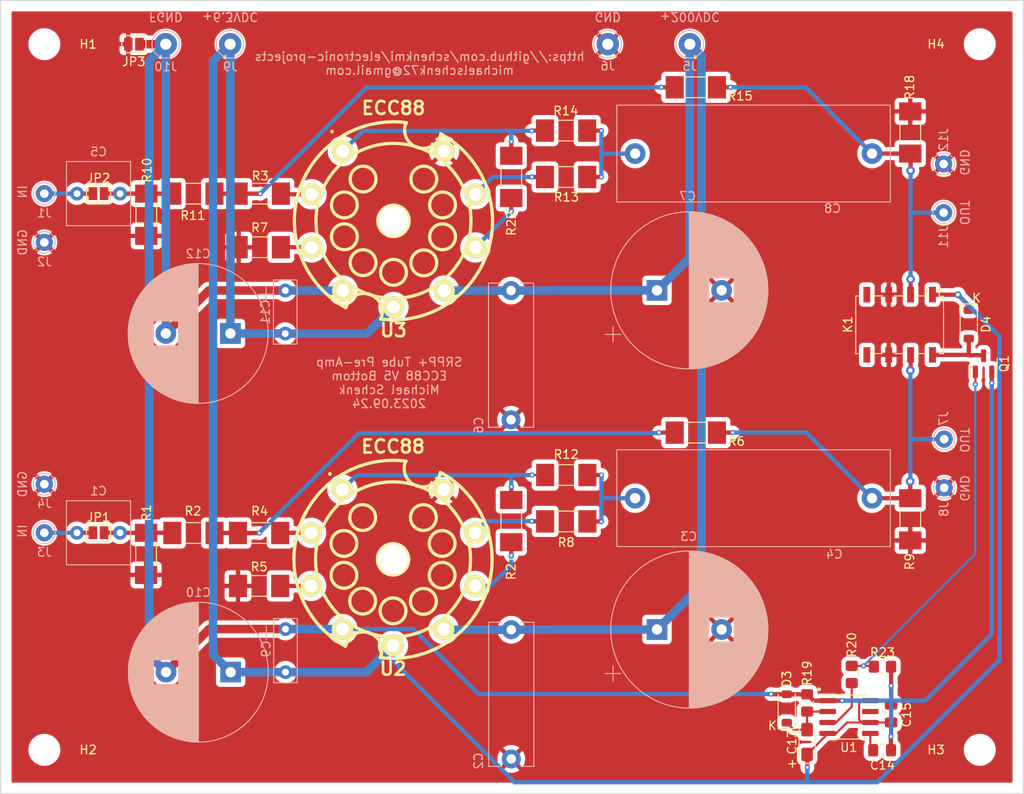
<source format=kicad_pcb>
(kicad_pcb (version 20221018) (generator pcbnew)
  (layers (0 "F.Cu" signal) (31 "B.Cu" signal) (34 "B.Paste" user) (35 "F.Paste" user) (36 "B.SilkS" user "B.Silkscreen") (37 "F.SilkS" user "F.Silkscreen") (38 "B.Mask" user) (39 "F.Mask" user) (44 "Edge.Cuts" user))
  (net 0 "")
  (net 1 "Net-(JP1-B)")
  (net 2 "Net-(J3-Pin_1)")
  (net 3 "GND")
  (net 4 "VDDA")
  (net 5 "Net-(C4-Pad2)")
  (net 6 "Net-(J7-Pin_1)")
  (net 7 "Net-(JP2-B)")
  (net 8 "Net-(J1-Pin_1)")
  (net 9 "Net-(J11-Pin_1)")
  (net 10 "Net-(C8-Pad2)")
  (net 11 "FVCC")
  (net 12 "Net-(R11-Pad1)")
  (net 13 "FGND")
  (net 14 "Net-(R2-Pad1)")
  (net 15 "Net-(D3-K)")
  (net 16 "Net-(U1-CV)")
  (net 17 "Net-(D4-A)")
  (net 18 "Net-(Q1-B)")
  (net 19 "Net-(U3A-G)")
  (net 20 "Net-(U2A-G)")
  (net 21 "Net-(U2A-K)")
  (net 22 "Net-(U3A-K)")
  (net 23 "Net-(U2B-K)")
  (net 26 "Net-(U2A-A)")
  (net 27 "Net-(U3B-K)")
  (net 28 "Net-(U3A-A)")
  (net 29 "Net-(U1-Q)")
  (net 30 "Net-(U2B-G)")
  (net 31 "Net-(U3B-G)")
  (footprint "MountingHole:MountingHole_3.2mm_M3" (layer "F.Cu") (at 43.815 76.2)
    (fp_text reference "H1")
    (fp_text value "MountingHole")
  )
  (footprint "MountingHole:MountingHole_3.2mm_M3" (layer "F.Cu") (at 43.815 158.115)
    (fp_text reference "H2")
    (fp_text value "MountingHole")
  )
  (footprint "MountingHole:MountingHole_3.2mm_M3" (layer "F.Cu") (at 152.4 158.115)
    (fp_text reference "H3")
    (fp_text value "MountingHole")
  )
  (footprint "MountingHole:MountingHole_3.2mm_M3" (layer "F.Cu") (at 152.4 76.2)
    (fp_text reference "H4")
    (fp_text value "MountingHole")
  )
  (footprint "Resistor_SMD:R_MELF_MMB-0207" (layer "F.Cu") (at 55.626 135.3682 -90)
    (fp_text reference "R1")
    (fp_text value "1Meg")
  )
  (footprint "Resistor_SMD:R_MELF_MMB-0207" (layer "F.Cu") (at 61.124 132.9436 180)
    (fp_text reference "R2")
    (fp_text value "10k")
  )
  (footprint "Resistor_SMD:R_MELF_MMB-0207" (layer "F.Cu") (at 68.8224 93.55)
    (fp_text reference "R3")
    (fp_text value "300R")
  )
  (footprint "Resistor_SMD:R_MELF_MMB-0207" (layer "F.Cu") (at 68.744 132.9436)
    (fp_text reference "R4")
    (fp_text value "300R")
  )
  (footprint "Resistor_SMD:R_MELF_MMB-0207" (layer "F.Cu") (at 68.7462 139.0904 180)
    (fp_text reference "R5")
    (fp_text value "200R")
  )
  (footprint "Resistor_SMD:R_MELF_MMB-0207" (layer "F.Cu") (at 119.4446 121.290735 180)
    (fp_text reference "R6")
    (fp_text value "22k")
  )
  (footprint "Resistor_SMD:R_MELF_MMB-0207" (layer "F.Cu") (at 68.8224 99.7712 180)
    (fp_text reference "R7")
    (fp_text value "200R")
  )
  (footprint "Resistor_SMD:R_MELF_MMB-0207" (layer "F.Cu") (at 104.402105 131.5974)
    (fp_text reference "R8")
    (fp_text value "150R")
  )
  (footprint "Resistor_SMD:R_MELF_MMB-0207" (layer "F.Cu") (at 144.3355 131.355 90)
    (fp_text reference "R9")
    (fp_text value "1Meg")
  )
  (footprint "Resistor_SMD:R_MELF_MMB-0207" (layer "F.Cu") (at 55.6514 95.9982 -90)
    (fp_text reference "R10")
    (fp_text value "1Meg")
  )
  (footprint "Resistor_SMD:R_MELF_MMB-0207" (layer "F.Cu") (at 61.1124 93.5482 180)
    (fp_text reference "R11")
    (fp_text value "10k")
  )
  (footprint "Resistor_SMD:R_MELF_MMB-0207" (layer "F.Cu") (at 104.402105 126.2126 180)
    (fp_text reference "R12")
    (fp_text value "50.1R")
  )
  (footprint "Resistor_SMD:R_MELF_MMB-0207" (layer "F.Cu") (at 104.3824 91.6178)
    (fp_text reference "R13")
    (fp_text value "150R")
  )
  (footprint "Resistor_SMD:R_MELF_MMB-0207" (layer "F.Cu") (at 104.3824 86.233 180)
    (fp_text reference "R14")
    (fp_text value "50.1R")
  )
  (footprint "Resistor_SMD:R_MELF_MMB-0207" (layer "F.Cu") (at 119.4446 81.2038 180)
    (fp_text reference "R15")
    (fp_text value "22k")
  )
  (footprint "Resistor_SMD:R_MELF_MMB-0207" (layer "F.Cu") (at 144.3355 86.45 90)
    (fp_text reference "R18")
    (fp_text value "1Meg")
  )
  (footprint "Relay_SMD:Relay_DPDT_Omron_G6K-2F" (layer "F.Cu") (at 143.1036 108.768 -90)
    (fp_text reference "K1")
    (fp_text value "G6K-2F-TR DC6")
  )
  (footprint "Capacitor_Tantalum_SMD:CP_EIA-3216-12_Kemet-S_Pad1.58x1.35mm_HandSolder" (layer "F.Cu") (at 132.3594 157.2109 90)
    (fp_text reference "C13")
    (fp_text value "15uF/25V")
  )
  (footprint "Capacitor_SMD:C_0805_2012Metric_Pad1.18x1.45mm_HandSolder" (layer "F.Cu") (at 141.0677 158.1658)
    (fp_text reference "C14")
    (fp_text value "100nF/50V")
  )
  (footprint "Capacitor_SMD:C_0805_2012Metric_Pad1.18x1.45mm_HandSolder" (layer "F.Cu") (at 142.113 153.9025 90)
    (fp_text reference "C15")
    (fp_text value "100nF/50V")
  )
  (footprint "Diode_SMD:D_SOD-123" (layer "F.Cu") (at 129.9972 153.3134 90)
    (fp_text reference "D3")
    (fp_text value "1N4148W")
  )
  (footprint "Diode_SMD:D_SOD-123" (layer "F.Cu") (at 151.13 108.712 -90)
    (fp_text reference "D4")
    (fp_text value "1N4148W")
  )
  (footprint "Package_TO_SOT_SMD:SOT-23" (layer "F.Cu") (at 152.847 113.3 90)
    (fp_text reference "Q1")
    (fp_text value "MMBT3904")
  )
  (footprint "Resistor_SMD:R_0805_2012Metric_Pad1.20x1.40mm_HandSolder" (layer "F.Cu") (at 132.3594 152.67 90)
    (fp_text reference "R19")
    (fp_text value "2Meg")
  )
  (footprint "Resistor_SMD:R_0805_2012Metric_Pad1.20x1.40mm_HandSolder" (layer "F.Cu") (at 137.541 149.368 -90)
    (fp_text reference "R20")
    (fp_text value "2.49k")
  )
  (footprint "Resistor_SMD:R_0805_2012Metric_Pad1.20x1.40mm_HandSolder" (layer "F.Cu") (at 141.113 148.463)
    (fp_text reference "R23")
    (fp_text value "2.49k")
  )
  (footprint "Package_SO:SOIC-8_3.9x4.9mm_P1.27mm" (layer "F.Cu") (at 137.222 154.305)
    (fp_text reference "U1")
    (fp_text value "TLC555xD")
  )
  (footprint "Jumper:SolderJumper-2_P1.3mm_Open_Pad1.0x1.5mm" (layer "F.Cu") (at 54.2036 76.2 180)
    (fp_text reference "JP3")
    (fp_text value "SolderJumper_2_Open")
  )
  (footprint "Jumper:SolderJumper-2_P1.3mm_Open_Pad1.0x1.5mm" (layer "F.Cu") (at 50.0996 132.9182)
    (fp_text reference "JP1")
    (fp_text value "SolderJumper_2_Open")
  )
  (footprint "Jumper:SolderJumper-2_P1.3mm_Open_Pad1.0x1.5mm" (layer "F.Cu") (at 50.1034 93.5482)
    (fp_text reference "JP2")
    (fp_text value "SolderJumper_2_Open")
  )
  (footprint "Resistor_SMD:R_MELF_MMB-0207" (layer "F.Cu") (at 98.0186 91.6062 -90)
    (fp_text reference "R22")
    (fp_text value "300R")
  )
  (footprint "w_vacuum:socket_gzc9-b" (layer "F.Cu") (at 84.29244 136.0043 180)
    (fp_text reference "U2")
    (fp_text value "ECC88")
  )
  (footprint "w_vacuum:socket_gzc9-b" (layer "F.Cu") (at 84.34324 96.7101 180)
    (fp_text reference "U3")
    (fp_text value "ECC88")
  )
  (footprint "Resistor_SMD:R_MELF_MMB-0207" (layer "F.Cu") (at 98.0186 131.5604 -90)
    (fp_text reference "R21")
    (fp_text value "300R")
  )
  (footprint "Capacitor_THT:C_Rect_L7.2mm_W7.2mm_P5.00mm_FKS2_FKP2_MKS2_MKP2" (layer "B.Cu") (at 52.5996 132.9182 180)
    (fp_text reference "C1")
    (fp_text value "3.3uF")
  )
  (footprint "Capacitor_THT:C_Rect_L16.5mm_W5.0mm_P15.00mm_MKT" (layer "B.Cu") (at 98.0186 144.1704 -90)
    (fp_text reference "C2")
    (fp_text value "100nF")
  )
  (footprint "Capacitor_THT:CP_Radial_D18.0mm_P7.50mm" (layer "B.Cu") (at 114.935 144.145)
    (fp_text reference "C3")
    (fp_text value "100uF")
  )
  (footprint "Capacitor_THT:C_Rect_L31.5mm_W11.0mm_P27.50mm_MKS4" (layer "B.Cu") (at 139.895 128.905 180)
    (fp_text reference "C4")
    (fp_text value "2.2uF")
  )
  (footprint "Connector_Pin:Pin_D1.0mm_L10.0mm" (layer "B.Cu") (at 43.815 132.9182 180)
    (fp_text reference "J3")
    (fp_text value "Conn_01x01")
  )
  (footprint "Connector_Pin:Pin_D1.0mm_L10.0mm" (layer "B.Cu") (at 43.815 127.2794 180)
    (fp_text reference "J4")
    (fp_text value "Conn_01x01")
  )
  (footprint "Connector_Pin:Pin_D1.3mm_L11.0mm" (layer "B.Cu") (at 118.745 76.2 180)
    (fp_text reference "J5")
    (fp_text value "Conn_01x01")
  )
  (footprint "Connector_Pin:Pin_D1.3mm_L11.0mm" (layer "B.Cu") (at 109.22 76.2 180)
    (fp_text reference "J6")
    (fp_text value "Conn_01x01")
  )
  (footprint "Connector_Pin:Pin_D1.0mm_L10.0mm" (layer "B.Cu") (at 148.2725 127.6985 180)
    (fp_text reference "J8")
    (fp_text value "Conn_01x01")
  )
  (footprint "Capacitor_THT:C_Rect_L7.2mm_W7.2mm_P5.00mm_FKS2_FKP2_MKS2_MKP2" (layer "B.Cu") (at 52.6034 93.5482 180)
    (fp_text reference "C5")
    (fp_text value "3.3uF")
  )
  (footprint "Capacitor_THT:C_Rect_L16.5mm_W5.0mm_P15.00mm_MKT" (layer "B.Cu") (at 97.9932 104.8 -90)
    (fp_text reference "C6")
    (fp_text value "100nF")
  )
  (footprint "Capacitor_THT:CP_Radial_D18.0mm_P7.50mm" (layer "B.Cu") (at 114.935 104.775)
    (fp_text reference "C7")
    (fp_text value "100uF")
  )
  (footprint "Capacitor_THT:C_Rect_L31.5mm_W11.0mm_P27.50mm_MKS4" (layer "B.Cu") (at 139.895 88.9 180)
    (fp_text reference "C8")
    (fp_text value "2.2uF")
  )
  (footprint "Connector_Pin:Pin_D1.0mm_L10.0mm" (layer "B.Cu") (at 43.815 93.5482 180)
    (fp_text reference "J1")
    (fp_text value "Conn_01x01")
  )
  (footprint "Connector_Pin:Pin_D1.0mm_L10.0mm" (layer "B.Cu") (at 43.815 99.2124 180)
    (fp_text reference "J2")
    (fp_text value "Conn_01x01")
  )
  (footprint "Connector_Pin:Pin_D1.3mm_L11.0mm" (layer "B.Cu") (at 65.3796 76.2 180)
    (fp_text reference "J9")
    (fp_text value "Conn_01x01")
  )
  (footprint "Connector_Pin:Pin_D1.3mm_L11.0mm" (layer "B.Cu") (at 57.912 76.2 180)
    (fp_text reference "J10")
    (fp_text value "Conn_01x01")
  )
  (footprint "Connector_Pin:Pin_D1.0mm_L10.0mm" (layer "B.Cu") (at 148.209 95.758 180)
    (fp_text reference "J11")
    (fp_text value "Conn_01x01")
  )
  (footprint "Connector_Pin:Pin_D1.0mm_L10.0mm" (layer "B.Cu") (at 148.209 90.1065 180)
    (fp_text reference "J12")
    (fp_text value "Conn_01x01")
  )
  (footprint "Capacitor_THT:C_Rect_L7.2mm_W2.5mm_P5.00mm_FKS2_FKP2_MKS2_MKP2" (layer "B.Cu") (at 71.8058 149.098 90)
    (fp_text reference "C9")
    (fp_text value "100nF")
  )
  (footprint "Capacitor_THT:CP_Radial_D16.0mm_P7.50mm" (layer "B.Cu") (at 65.439617 149.098 180)
    (fp_text reference "C10")
    (fp_text value "2200uF")
  )
  (footprint "Capacitor_THT:C_Rect_L7.2mm_W2.5mm_P5.00mm_FKS2_FKP2_MKS2_MKP2" (layer "B.Cu") (at 71.780385 109.793488 90)
    (fp_text reference "C11")
    (fp_text value "100nF")
  )
  (footprint "Capacitor_THT:CP_Radial_D16.0mm_P7.50mm" (layer "B.Cu") (at 65.414217 109.7788 180)
    (fp_text reference "C12")
    (fp_text value "2200uF")
  )
  (footprint "Connector_Pin:Pin_D1.0mm_L10.0mm" (layer "B.Cu") (at 148.2725 122.047 180)
    (fp_text reference "J7")
    (fp_text value "Conn_01x01")
  )
  (gr_line (start 38.735 71.12) (end 157.48 71.12) (stroke (width 0.1)) (layer "Edge.Cuts"))
  (gr_line (start 157.48 71.12) (end 157.48 163.195) (stroke (width 0.1)) (layer "Edge.Cuts"))
  (gr_line (start 38.735 163.195) (end 38.735 71.12) (stroke (width 0.1)) (layer "Edge.Cuts"))
  (gr_line (start 157.48 163.195) (end 38.735 163.195) (stroke (width 0.1)) (layer "Edge.Cuts"))
  (gr_text "IN" (at 41.275 132.715 -270) (layer "B.SilkS") (effects (font (size 1 1)) (justify mirror)))
  (gr_text "GND" (at 41.275 127.2794 -270) (layer "B.SilkS") (effects (font (size 1 1)) (justify mirror)))
  (gr_text "GND" (at 41.275 99.2124 -270) (layer "B.SilkS") (effects (font (size 1 1)) (justify mirror)))
  (gr_text "GND" (at 150.622 89.916 -90) (layer "B.SilkS") (effects (font (size 1 1)) (justify mirror)))
  (gr_text "GND" (at 150.622 127.762 -90) (layer "B.SilkS") (effects (font (size 1 1)) (justify mirror)))
  (gr_text "OUT" (at 150.622 122.174 -90) (layer "B.SilkS") (effects (font (size 1 1)) (justify mirror)))
  (gr_text "OUT" (at 150.622 95.758 -90) (layer "B.SilkS") (effects (font (size 1 1)) (justify mirror)))
  (gr_text "+200VDC" (at 118.745 73.025 -180) (layer "B.SilkS") (effects (font (size 1 1)) (justify mirror)))
  (gr_text "+6.3VDC" (at 65.3796 73.025 -180) (layer "B.SilkS") (effects (font (size 1 1)) (justify mirror)))
  (gr_text "GND" (at 109.22 73.025 -180) (layer "B.SilkS") (effects (font (size 1 1)) (justify mirror)))
  (gr_text "FGND" (at 57.912 73.025 -180) (layer "B.SilkS") (effects (font (size 1 1)) (justify mirror)))
  (gr_text "SRPP+ Tube Pre-Amp\nECC88 V5 Bottom\nMichael Schenk\n2023.09.24" (at 83.8454 115.5192) (layer "B.SilkS") (effects (font (size 1 1)) (justify mirror)))
  (gr_text "IN" (at 41.275 93.345 -270) (layer "B.SilkS") (effects (font (size 1 1)) (justify mirror)))
  (gr_text "https://github.com/schenkmi/electronic-projects\nmichaelschenk72@gmail.com" (at 87.376 78.4352) (layer "B.SilkS") (effects (font (size 1 1)) (justify mirror)))
  (gr_text "K" (at 152.019 105.664) (layer "F.SilkS") (effects (font (size 1 1))))
  (gr_text "°" (at 76.962 126.492) (layer "F.SilkS") (effects (font (size 1 1))))
  (gr_text "°" (at 77.216 86.741) (layer "F.SilkS") (effects (font (size 1 1))))
  (gr_text "K" (at 128.3208 155.321) (layer "F.SilkS") (effects (font (size 1 1))))
  (gr_text "°" (at 133.7564 151.4856) (layer "F.SilkS") (effects (font (size 1 1))))
  (gr_text "+" (at 130.6576 159.6644) (layer "F.SilkS") (effects (font (size 1 1))))
  (segment (start 52.5996 132.9182) (end 50.7496 132.9182) (width 0.5) (layer "F.Cu") (net 1))
  (segment (start 52.5996 132.9182) (end 55.626 132.9182) (width 0.5) (layer "F.Cu") (net 1))
  (segment (start 58.6486 132.9182) (end 58.674 132.9436) (width 0.5) (layer "F.Cu") (net 1))
  (segment (start 55.626 132.9182) (end 58.6486 132.9182) (width 0.5) (layer "F.Cu") (net 1))
  (segment (start 49.4496 132.9182) (end 47.5996 132.9182) (width 0.5) (layer "F.Cu") (net 2))
  (segment (start 47.5996 132.9182) (end 43.815 132.9182) (width 0.5) (layer "B.Cu") (net 2))
  (segment (start 102.87 144.1704) (end 90.2462 144.1704) (width 1) (layer "B.Cu") (net 4))
  (segment (start 120.0912 77.5462) (end 118.745 76.2) (width 1) (layer "B.Cu") (net 4))
  (segment (start 114.935 144.145) (end 102.8954 144.145) (width 1) (layer "B.Cu") (net 4))
  (segment (start 114.935 104.775) (end 118.745 100.965) (width 1) (layer "B.Cu") (net 4))
  (segment (start 120.0912 138.9888) (end 120.0912 77.5462) (width 1) (layer "B.Cu") (net 4))
  (segment (start 102.75 104.8) (end 90.2208 104.8) (width 1) (layer "B.Cu") (net 4))
  (segment (start 114.935 104.775) (end 102.775 104.775) (width 1) (layer "B.Cu") (net 4))
  (segment (start 114.935 144.145) (end 120.0912 138.9888) (width 1) (layer "B.Cu") (net 4))
  (segment (start 118.745 100.965) (end 118.745 76.2) (width 1) (layer "B.Cu") (net 4))
  (segment (start 106.852105 126.2126) (end 108.4834 126.2126) (width 0.5) (layer "F.Cu") (net 5))
  (segment (start 106.852105 131.5974) (end 108.458 131.5974) (width 0.5) (layer "F.Cu") (net 5))
  (segment (start 108.458 131.5974) (end 108.4834 131.6228) (width 0.5) (layer "F.Cu") (net 5))
  (via (at 108.4834 131.6228) (size 0.6) (drill 0.3) (layers "F.Cu" "B.Cu") (net 5))
  (via (at 108.4834 126.2126) (size 0.6) (drill 0.3) (layers "F.Cu" "B.Cu") (net 5))
  (segment (start 112.395 128.905) (end 108.6104 128.905) (width 0.5) (layer "B.Cu") (net 5))
  (segment (start 108.4834 129.032) (end 108.4834 126.2126) (width 0.5) (layer "B.Cu") (net 5))
  (segment (start 108.4834 131.6228) (end 108.4834 129.032) (width 0.5) (layer "B.Cu") (net 5))
  (segment (start 108.6104 128.905) (end 108.4834 129.032) (width 0.5) (layer "B.Cu") (net 5))
  (segment (start 123.7234 121.285) (end 121.900335 121.285) (width 0.5) (layer "F.Cu") (net 6))
  (segment (start 144.3355 128.905) (end 144.3355 126.9619) (width 0.5) (layer "F.Cu") (net 6))
  (segment (start 144.3736 112.268) (end 144.3736 114.046) (width 0.5) (layer "F.Cu") (net 6))
  (segment (start 121.900335 121.285) (end 121.8946 121.290735) (width 0.5) (layer "F.Cu") (net 6))
  (segment (start 144.3736 114.046) (end 144.3482 114.0714) (width 0.5) (layer "F.Cu") (net 6))
  (segment (start 144.3355 128.905) (end 139.895 128.905) (width 0.5) (layer "F.Cu") (net 6))
  (segment (start 144.3355 126.9619) (end 144.3228 126.9492) (width 0.5) (layer "F.Cu") (net 6))
  (via (at 144.3482 114.0714) (size 1) (drill 0.5) (layers "F.Cu" "B.Cu") (net 6))
  (via (at 123.7234 121.285) (size 0.6) (drill 0.3) (layers "F.Cu" "B.Cu") (net 6))
  (via (at 144.3228 126.9492) (size 1) (drill 0.5) (layers "F.Cu" "B.Cu") (net 6))
  (segment (start 144.3482 126.9238) (end 144.3228 126.9492) (width 0.5) (layer "B.Cu") (net 6))
  (segment (start 148.2725 122.047) (end 144.399 122.047) (width 0.5) (layer "B.Cu") (net 6))
  (segment (start 123.7234 121.285) (end 132.275 121.285) (width 0.5) (layer "B.Cu") (net 6))
  (segment (start 144.399 122.047) (end 144.3482 122.0978) (width 0.5) (layer "B.Cu") (net 6))
  (segment (start 144.3482 114.0714) (end 144.3482 122.0978) (width 0.5) (layer "B.Cu") (net 6))
  (segment (start 144.3482 122.0978) (end 144.3482 126.9238) (width 0.5) (layer "B.Cu") (net 6))
  (segment (start 139.895 128.905) (end 132.275 121.285) (width 0.5) (layer "B.Cu") (net 6))
  (segment (start 55.6514 93.5482) (end 52.6034 93.5482) (width 0.5) (layer "F.Cu") (net 7))
  (segment (start 58.6624 93.5482) (end 55.6514 93.5482) (width 0.5) (layer "F.Cu") (net 7))
  (segment (start 52.6034 93.5482) (end 50.7534 93.5482) (width 0.5) (layer "F.Cu") (net 7))
  (segment (start 49.4534 93.5482) (end 47.6034 93.5482) (width 0.5) (layer "F.Cu") (net 8))
  (segment (start 47.6034 93.5482) (end 43.815 93.5482) (width 0.5) (layer "B.Cu") (net 8))
  (segment (start 121.8946 81.2038) (end 123.444 81.2038) (width 0.5) (layer "F.Cu") (net 9))
  (segment (start 144.3736 88.9381) (end 144.3355 88.9) (width 0.5) (layer "F.Cu") (net 9))
  (segment (start 144.3355 88.9) (end 139.895 88.9) (width 0.5) (layer "F.Cu") (net 9))
  (segment (start 144.3736 90.8812) (end 144.3736 88.9381) (width 0.5) (layer "F.Cu") (net 9))
  (segment (start 144.3736 105.268) (end 144.3736 103.4796) (width 0.5) (layer "F.Cu") (net 9))
  (via (at 123.444 81.2038) (size 0.6) (drill 0.3) (layers "F.Cu" "B.Cu") (net 9))
  (via (at 144.3736 103.4796) (size 1) (drill 0.5) (layers "F.Cu" "B.Cu") (net 9))
  (via (at 144.3736 90.8812) (size 1) (drill 0.5) (layers "F.Cu" "B.Cu") (net 9))
  (segment (start 144.3736 95.7326) (end 144.3736 90.8812) (width 0.5) (layer "B.Cu") (net 9))
  (segment (start 132.1988 81.2038) (end 139.895 88.9) (width 0.5) (layer "B.Cu") (net 9))
  (segment (start 123.444 81.2038) (end 132.1988 81.2038) (width 0.5) (layer "B.Cu") (net 9))
  (segment (start 144.3736 103.4796) (end 144.3736 95.7326) (width 0.5) (layer "B.Cu") (net 9))
  (segment (start 148.209 95.758) (end 144.399 95.758) (width 0.5) (layer "B.Cu") (net 9))
  (segment (start 144.399 95.758) (end 144.3736 95.7326) (width 0.5) (layer "B.Cu") (net 9))
  (segment (start 106.8324 86.233) (end 108.4834 86.233) (width 0.5) (layer "F.Cu") (net 10))
  (segment (start 106.8324 91.6178) (end 108.4834 91.6178) (width 0.5) (layer "F.Cu") (net 10))
  (via (at 108.4834 86.233) (size 0.6) (drill 0.3) (layers "F.Cu" "B.Cu") (net 10))
  (via (at 108.4834 91.6178) (size 0.6) (drill 0.3) (layers "F.Cu" "B.Cu") (net 10))
  (segment (start 112.395 88.9) (end 108.6358 88.9) (width 0.5) (layer "B.Cu") (net 10))
  (segment (start 108.6358 88.9) (end 108.4834 88.7476) (width 0.5) (layer "B.Cu") (net 10))
  (segment (start 108.4834 91.6178) (end 108.4834 88.7476) (width 0.5) (layer "B.Cu") (net 10))
  (segment (start 108.4834 88.7476) (end 108.4834 86.233) (width 0.5) (layer "B.Cu") (net 10))
  (segment (start 151.13 107.062) (end 151.13 106.553) (width 0.5) (layer "F.Cu") (net 11))
  (segment (start 132.3848 160.147) (end 132.3848 158.6738) (width 0.5) (layer "F.Cu") (net 11))
  (segment (start 151.13 106.553) (end 149.86 105.283) (width 0.5) (layer "F.Cu") (net 11))
  (segment (start 138.39699 152.72501) (end 138.39699 154.61499) (width 0.25) (layer "F.Cu") (net 11))
  (segment (start 138.722 154.94) (end 139.697 154.94) (width 0.25) (layer "F.Cu") (net 11))
  (segment (start 136.992 154.94) (end 139.697 154.94) (width 0.25) (layer "F.Cu") (net 11))
  (segment (start 139.697 152.4) (end 138.722 152.4) (width 0.25) (layer "F.Cu") (net 11))
  (segment (start 149.86 105.283) (end 146.9286 105.283) (width 0.5) (layer "F.Cu") (net 11))
  (segment (start 132.3848 158.6738) (end 132.3594 158.6484) (width 0.5) (layer "F.Cu") (net 11))
  (segment (start 134.747 156.21) (end 135.722 156.21) (width 0.25) (layer "F.Cu") (net 11))
  (segment (start 138.722 152.4) (end 138.39699 152.72501) (width 0.25) (layer "F.Cu") (net 11))
  (segment (start 142.113 154.94) (end 139.697 154.94) (width 0.25) (layer "F.Cu") (net 11))
  (segment (start 132.3594 158.6484) (end 134.747 156.2608) (width 0.25) (layer "F.Cu") (net 11))
  (segment (start 135.722 156.21) (end 136.992 154.94) (width 0.25) (layer "F.Cu") (net 11))
  (segment (start 138.39699 154.61499) (end 138.722 154.94) (width 0.25) (layer "F.Cu") (net 11))
  (via (at 132.3848 160.147) (size 0.6) (drill 0.3) (layers "F.Cu" "B.Cu") (net 11))
  (via (at 149.86 105.283) (size 0.8) (drill 0.4) (layers "F.Cu" "B.Cu") (net 11))
  (segment (start 81.19872 149.098) (end 84.29244 146.00428) (width 1) (layer "B.Cu") (net 11))
  (segment (start 81.259832 109.793488) (end 84.34324 106.71008) (width 1) (layer "B.Cu") (net 11))
  (segment (start 132.3848 161.7726) (end 132.2832 161.8742) (width 0.5) (layer "B.Cu") (net 11))
  (segment (start 65.414217 109.7788) (end 71.765697 109.7788) (width 1) (layer "B.Cu") (net 11))
  (segment (start 71.765697 109.7788) (end 71.780385 109.793488) (width 1) (layer "B.Cu") (net 11))
  (segment (start 65.3796 76.2) (end 63.3984 78.1812) (width 1) (layer "B.Cu") (net 11))
  (segment (start 63.3984 147.056783) (end 65.439617 149.098) (width 1) (layer "B.Cu") (net 11))
  (segment (start 71.780385 109.793488) (end 81.259832 109.793488) (width 1) (layer "B.Cu") (net 11))
  (segment (start 65.414217 109.7788) (end 65.414217 76.234617) (width 1) (layer "B.Cu") (net 11))
  (segment (start 132.2832 161.8742) (end 140.5128 161.8742) (width 0.5) (layer "B.Cu") (net 11))
  (segment (start 154.686 110.109) (end 149.86 105.283) (width 0.5) (layer "B.Cu") (net 11))
  (segment (start 71.8058 149.098) (end 81.19872 149.098) (width 1) (layer "B.Cu") (net 11))
  (segment (start 132.3848 160.147) (end 132.3848 161.7726) (width 0.5) (layer "B.Cu") (net 11))
  (segment (start 98.395046 161.8742) (end 132.2832 161.8742) (width 0.5) (layer "B.Cu") (net 11))
  (segment (start 154.686 147.701) (end 154.686 110.109) (width 0.5) (layer "B.Cu") (net 11))
  (segment (start 63.3984 78.1812) (end 63.3984 147.056783) (width 1) (layer "B.Cu") (net 11))
  (segment (start 65.439617 149.098) (end 71.8058 149.098) (width 1) (layer "B.Cu") (net 11))
  (segment (start 84.29244 147.771594) (end 98.395046 161.8742) (width 0.5) (layer "B.Cu") (net 11))
  (segment (start 84.29244 146.00428) (end 84.29244 147.771594) (width 0.5) (layer "B.Cu") (net 11))
  (segment (start 65.414217 76.234617) (end 65.3796 76.2) (width 1) (layer "B.Cu") (net 11))
  (segment (start 140.5128 161.8742) (end 154.686 147.701) (width 0.5) (layer "B.Cu") (net 11))
  (segment (start 66.3724 93.55) (end 68.883 93.55) (width 0.5) (layer "F.Cu") (net 12))
  (segment (start 66.3724 93.55) (end 63.5642 93.55) (width 0.5) (layer "F.Cu") (net 12))
  (segment (start 68.883 93.55) (end 68.8848 93.5482) (width 0.5) (layer "F.Cu") (net 12))
  (segment (start 116.9946 81.2038) (end 115.443 81.2038) (width 0.5) (layer "F.Cu") (net 12))
  (segment (start 63.5642 93.55) (end 63.5624 93.5482) (width 0.5) (layer "F.Cu") (net 12))
  (via (at 68.8848 93.5482) (size 0.6) (drill 0.3) (layers "F.Cu" "B.Cu") (net 12))
  (via (at 115.443 81.2038) (size 0.6) (drill 0.3) (layers "F.Cu" "B.Cu") (net 12))
  (segment (start 68.8848 93.5482) (end 81.2292 81.2038) (width 0.5) (layer "B.Cu") (net 12))
  (segment (start 81.2292 81.2038) (end 115.443 81.2038) (width 0.5) (layer "B.Cu") (net 12))
  (segment (start 153.797 115.5192) (end 153.797 114.3) (width 0.5) (layer "F.Cu") (net 13))
  (segment (start 71.8058 144.098) (end 62.939617 144.098) (width 1) (layer "F.Cu") (net 13))
  (segment (start 62.939617 144.098) (end 57.939617 149.098) (width 1) (layer "F.Cu") (net 13))
  (segment (start 134.747 152.4) (end 136.4234 152.4) (width 0.5) (layer "F.Cu") (net 13))
  (segment (start 71.780385 104.793488) (end 62.899529 104.793488) (width 1) (layer "F.Cu") (net 13))
  (segment (start 142.113 150.6728) (end 142.113 148.463) (width 0.5) (layer "F.Cu") (net 13))
  (segment (start 134.747 152.4) (end 133.0894 152.4) (width 0.5) (layer "F.Cu") (net 13))
  (segment (start 62.899529 104.793488) (end 57.914217 109.7788) (width 1) (layer "F.Cu") (net 13))
  (segment (start 142.113 152.865) (end 142.113 150.6728) (width 0.5) (layer "F.Cu") (net 13))
  (segment (start 128.1938 151.6634) (end 128.1684 151.638) (width 0.5) (layer "F.Cu") (net 13))
  (segment (start 132.3594 151.67) (end 130.0038 151.67) (width 0.5) (layer "F.Cu") (net 13))
  (segment (start 129.9972 151.6634) (end 128.1938 151.6634) (width 0.5) (layer "F.Cu") (net 13))
  (segment (start 57.912 76.2) (end 54.8536 76.2) (width 1) (layer "F.Cu") (net 13))
  (segment (start 133.0894 152.4) (end 132.3594 151.67) (width 0.5) (layer "F.Cu") (net 13))
  (segment (start 142.0876 156.5656) (end 142.0876 158.1482) (width 0.5) (layer "F.Cu") (net 13))
  (via (at 142.0876 156.5656) (size 0.6) (drill 0.3) (layers "F.Cu" "B.Cu") (net 13))
  (via (at 128.1684 151.638) (size 0.6) (drill 0.3) (layers "F.Cu" "B.Cu") (net 13))
  (via (at 153.797 115.5192) (size 0.6) (drill 0.3) (layers "F.Cu" "B.Cu") (net 13))
  (via (at 136.4234 152.4) (size 0.6) (drill 0.3) (layers "F.Cu" "B.Cu") (net 13))
  (via (at 142.113 150.6728) (size 0.6) (drill 0.3) (layers "F.Cu" "B.Cu") (net 13))
  (segment (start 57.912 76.2) (end 55.9816 78.1304) (width 1) (layer "B.Cu") (net 13))
  (segment (start 57.914217 76.202217) (end 57.912 76.2) (width 1) (layer "B.Cu") (net 13))
  (segment (start 78.41488 144.0942) (end 86.6648 144.0942) (width 0.5) (layer "B.Cu") (net 13))
  (segment (start 142.113 152.4) (end 146.0754 152.4) (width 0.5) (layer "B.Cu") (net 13))
  (segment (start 55.9816 147.139983) (end 57.939617 149.098) (width 1) (layer "B.Cu") (net 13))
  (segment (start 86.6648 144.0942) (end 94.2086 151.638) (width 0.5) (layer "B.Cu") (net 13))
  (segment (start 142.113 152.4) (end 142.113 150.6728) (width 0.5) (layer "B.Cu") (net 13))
  (segment (start 136.4234 152.4) (end 142.113 152.4) (width 0.5) (layer "B.Cu") (net 13))
  (segment (start 153.797 144.6784) (end 153.797 115.5192) (width 0.5) (layer "B.Cu") (net 13))
  (segment (start 78.41488 144.0942) (end 71.8096 144.0942) (width 1) (layer "B.Cu") (net 13))
  (segment (start 146.0754 152.4) (end 153.6446 144.8308) (width 0.5) (layer "B.Cu") (net 13))
  (segment (start 71.8096 144.0942) (end 71.8058 144.098) (width 1) (layer "B.Cu") (net 13))
  (segment (start 142.113 152.4) (end 142.113 156.5402) (width 0.5) (layer "B.Cu") (net 13))
  (segment (start 128.1684 151.638) (end 94.2086 151.638) (width 0.5) (layer "B.Cu") (net 13))
  (segment (start 55.9816 78.1304) (end 55.9816 147.139983) (width 1) (layer "B.Cu") (net 13))
  (segment (start 71.786897 104.8) (end 71.780385 104.793488) (width 1) (layer "B.Cu") (net 13))
  (segment (start 142.113 156.5402) (end 142.0876 156.5656) (width 0.5) (layer "B.Cu") (net 13))
  (segment (start 78.46568 104.8) (end 71.786897 104.8) (width 1) (layer "B.Cu") (net 13))
  (segment (start 153.6446 144.8308) (end 153.797 144.6784) (width 0.5) (layer "B.Cu") (net 13))
  (segment (start 57.914217 109.7788) (end 57.914217 76.202217) (width 1) (layer "B.Cu") (net 13))
  (segment (start 66.294 132.9436) (end 68.7578 132.9436) (width 0.5) (layer "F.Cu") (net 14))
  (segment (start 116.9946 121.290735) (end 115.169335 121.290735) (width 0.5) (layer "F.Cu") (net 14))
  (segment (start 115.169335 121.290735) (end 115.1636 121.285) (width 0.5) (layer "F.Cu") (net 14))
  (segment (start 63.574 132.9436) (end 66.294 132.9436) (width 0.5) (layer "F.Cu") (net 14))
  (via (at 68.7578 132.9436) (size 0.6) (drill 0.3) (layers "F.Cu" "B.Cu") (net 14))
  (via (at 115.1636 121.285) (size 0.6) (drill 0.3) (layers "F.Cu" "B.Cu") (net 14))
  (segment (start 80.3514 121.35) (end 115.0986 121.35) (width 0.5) (layer "B.Cu") (net 14))
  (segment (start 68.7578 132.9436) (end 80.3514 121.35) (width 0.5) (layer "B.Cu") (net 14))
  (segment (start 115.0986 121.35) (end 115.1636 121.285) (width 0.5) (layer "B.Cu") (net 14))
  (segment (start 132.3594 155.7734) (end 132.3594 153.67) (width 0.25) (layer "F.Cu") (net 15))
  (segment (start 129.9972 154.9634) (end 130.812 155.7782) (width 0.25) (layer "F.Cu") (net 15))
  (segment (start 132.3594 153.67) (end 134.747 153.67) (width 0.25) (layer "F.Cu") (net 15))
  (segment (start 130.812 155.7782) (end 132.3546 155.7782) (width 0.25) (layer "F.Cu") (net 15))
  (segment (start 139.697 156.21) (end 139.697 157.8326) (width 0.25) (layer "F.Cu") (net 16))
  (segment (start 151.13 112.2685) (end 151.0985 112.3) (width 0.5) (layer "F.Cu") (net 17))
  (segment (start 151.13 110.362) (end 151.13 112.2685) (width 0.5) (layer "F.Cu") (net 17))
  (segment (start 152.847 112.3) (end 151.0985 112.3) (width 0.5) (layer "F.Cu") (net 17))
  (segment (start 151.13 112.2685) (end 151.1295 112.268) (width 0.5) (layer "F.Cu") (net 17))
  (segment (start 151.1295 112.268) (end 146.9136 112.268) (width 0.5) (layer "F.Cu") (net 17))
  (segment (start 138.906 148.368) (end 140.018 148.368) (width 0.25) (layer "F.Cu") (net 18))
  (segment (start 137.541 148.368) (end 138.906 148.368) (width 0.25) (layer "F.Cu") (net 18))
  (segment (start 151.897 115.692) (end 151.892 115.697) (width 0.25) (layer "F.Cu") (net 18))
  (segment (start 151.897 114.3) (end 151.897 115.692) (width 0.25) (layer "F.Cu") (net 18))
  (via (at 151.892 115.697) (size 0.6) (drill 0.3) (layers "F.Cu" "B.Cu") (net 18))
  (via (at 138.906 148.368) (size 0.6) (drill 0.3) (layers "F.Cu" "B.Cu") (net 18))
  (segment (start 151.892 135.382) (end 138.906 148.368) (width 0.25) (layer "B.Cu") (net 18))
  (segment (start 151.892 115.697) (end 151.892 135.382) (width 0.25) (layer "B.Cu") (net 18))
  (segment (start 74.83348 93.624) (end 71.3464 93.624) (width 0.5) (layer "F.Cu") (net 19))
  (segment (start 74.78268 132.9182) (end 71.2194 132.9182) (width 0.5) (layer "F.Cu") (net 20))
  (segment (start 71.1962 139.0904) (end 74.78268 139.0904) (width 0.5) (layer "F.Cu") (net 21))
  (segment (start 71.2724 99.7712) (end 74.80848 99.7712) (width 0.5) (layer "F.Cu") (net 22))
  (segment (start 74.80848 99.7712) (end 74.83348 99.7962) (width 0.5) (layer "F.Cu") (net 22))
  (segment (start 101.952105 131.5974) (end 100.4316 131.5974) (width 0.5) (layer "F.Cu") (net 23))
  (segment (start 100.4316 131.5974) (end 100.4062 131.572) (width 0.5) (layer "F.Cu") (net 23))
  (via (at 100.4062 131.572) (size 0.6) (drill 0.3) (layers "F.Cu" "B.Cu") (net 23))
  (segment (start 100.4062 131.572) (end 95.1484 131.572) (width 0.5) (layer "B.Cu") (net 23))
  (segment (start 95.1484 131.572) (end 93.8022 132.9182) (width 0.5) (layer "B.Cu") (net 23))
  (segment (start 98.0186 129.1104) (end 98.0186 127.5588) (width 0.5) (layer "F.Cu") (net 26))
  (segment (start 101.952105 126.2126) (end 100.4316 126.2126) (width 0.25) (layer "F.Cu") (net 26))
  (via (at 100.4316 126.2126) (size 0.6) (drill 0.3) (layers "F.Cu" "B.Cu") (net 26))
  (via (at 98.0186 127.5588) (size 0.6) (drill 0.3) (layers "F.Cu" "B.Cu") (net 26))
  (segment (start 80.11668 126.2126) (end 97.8916 126.2126) (width 0.5) (layer "B.Cu") (net 26))
  (segment (start 97.8916 126.2126) (end 100.4316 126.2126) (width 0.5) (layer "B.Cu") (net 26))
  (segment (start 98.0186 126.3396) (end 97.8916 126.2126) (width 0.5) (layer "B.Cu") (net 26))
  (segment (start 78.41488 127.9144) (end 80.11668 126.2126) (width 0.5) (layer "B.Cu") (net 26))
  (segment (start 98.0186 127.5588) (end 98.0186 126.3396) (width 0.5) (layer "B.Cu") (net 26))
  (segment (start 101.9324 91.6178) (end 100.4062 91.6178) (width 0.5) (layer "F.Cu") (net 27))
  (via (at 100.4062 91.6178) (size 0.6) (drill 0.3) (layers "F.Cu" "B.Cu") (net 27))
  (segment (start 100.4062 91.6178) (end 95.8592 91.6178) (width 0.5) (layer "B.Cu") (net 27))
  (segment (start 95.8592 91.6178) (end 93.853 93.624) (width 0.5) (layer "B.Cu") (net 27))
  (segment (start 98.0186 89.1562) (end 98.0186 87.503) (width 0.5) (layer "F.Cu") (net 28))
  (segment (start 101.9324 86.233) (end 100.4062 86.233) (width 0.5) (layer "F.Cu") (net 28))
  (segment (start 100.4062 86.233) (end 100.3808 86.2584) (width 0.5) (layer "F.Cu") (net 28))
  (via (at 98.0186 87.503) (size 0.6) (drill 0.3) (layers "F.Cu" "B.Cu") (net 28))
  (via (at 100.3808 86.2584) (size 0.6) (drill 0.3) (layers "F.Cu" "B.Cu") (net 28))
  (segment (start 100.3808 86.2584) (end 97.8916 86.2584) (width 0.5) (layer "B.Cu") (net 28))
  (segment (start 97.8916 86.2584) (end 80.82748 86.2584) (width 0.5) (layer "B.Cu") (net 28))
  (segment (start 98.0186 86.3854) (end 97.8916 86.2584) (width 0.5) (layer "B.Cu") (net 28))
  (segment (start 98.0186 87.503) (end 98.0186 86.3854) (width 0.5) (layer "B.Cu") (net 28))
  (segment (start 80.82748 86.2584) (end 78.46568 88.6202) (width 0.5) (layer "B.Cu") (net 28))
  (segment (start 134.747 154.94) (end 135.722 154.94) (width 0.25) (layer "F.Cu") (net 29))
  (segment (start 135.722 154.94) (end 137.541 153.121) (width 0.25) (layer "F.Cu") (net 29))
  (segment (start 137.541 153.121) (end 137.541 150.368) (width 0.25) (layer "F.Cu") (net 29))
  (segment (start 98.0186 134.0104) (end 98.0186 135.5598) (width 0.5) (layer "F.Cu") (net 30))
  (via (at 98.0186 135.5598) (size 0.6) (drill 0.3) (layers "F.Cu" "B.Cu") (net 30))
  (segment (start 95.5802 139.0904) (end 98.0186 136.652) (width 0.5) (layer "B.Cu") (net 30))
  (segment (start 98.0186 136.652) (end 98.0186 135.5598) (width 0.5) (layer "B.Cu") (net 30))
  (segment (start 93.8022 139.0904) (end 95.5802 139.0904) (width 0.5) (layer "B.Cu") (net 30))
  (segment (start 98.0186 94.0562) (end 98.0186 95.6056) (width 0.5) (layer "F.Cu") (net 31))
  (via (at 98.0186 95.6056) (size 0.6) (drill 0.3) (layers "F.Cu" "B.Cu") (net 31))
  (segment (start 98.0186 95.6056) (end 98.0186 95.6306) (width 0.5) (layer "B.Cu") (net 31))
  (segment (start 98.0186 95.6306) (end 93.853 99.7962) (width 0.5) (layer "B.Cu") (net 31))
  (zone (net 3) (net_name "GND") (layer "F.Cu") (connect_pads (clearance 0.508)) (min_thickness 0.254) (fill yes (thermal_gap 0.508) (thermal_bridge_width 0.508))
    (polygon (pts (xy 156.21 161.925) (xy 40.005 161.925) (xy 40.005 72.39) (xy 156.21 72.39)))
  )
)
</source>
